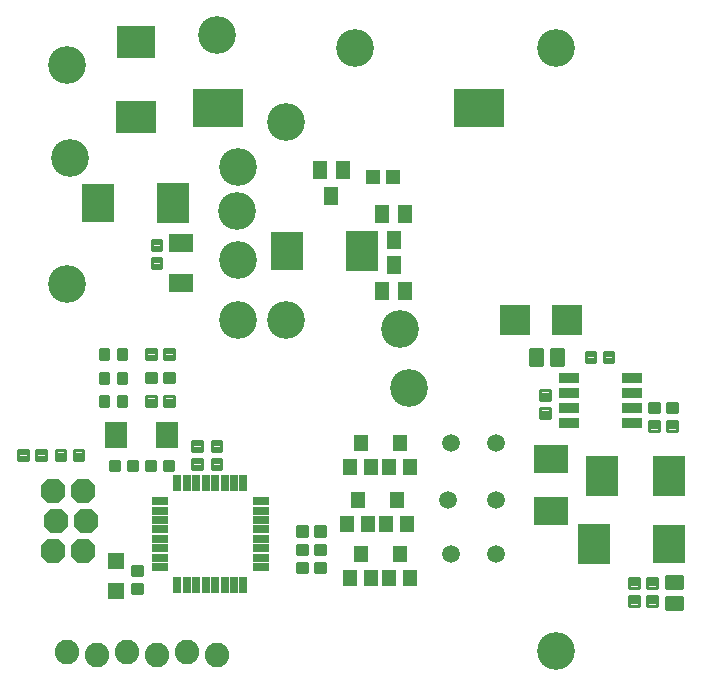
<source format=gts>
G75*
%MOIN*%
%OFA0B0*%
%FSLAX24Y24*%
%IPPOS*%
%LPD*%
%AMOC8*
5,1,8,0,0,1.08239X$1,22.5*
%
%ADD10C,0.1261*%
%ADD11R,0.0680X0.0330*%
%ADD12C,0.0107*%
%ADD13R,0.1080X0.1280*%
%ADD14R,0.1080X0.1330*%
%ADD15C,0.0120*%
%ADD16R,0.1064X0.1340*%
%ADD17R,0.1160X0.0930*%
%ADD18R,0.0300X0.0580*%
%ADD19R,0.0580X0.0300*%
%ADD20OC8,0.0820*%
%ADD21R,0.1261X0.1261*%
%ADD22R,0.1025X0.1025*%
%ADD23C,0.0820*%
%ADD24R,0.0580X0.0580*%
%ADD25R,0.0480X0.0530*%
%ADD26C,0.0095*%
%ADD27R,0.0780X0.0880*%
%ADD28C,0.0595*%
%ADD29R,0.0474X0.0631*%
%ADD30R,0.0789X0.0631*%
%ADD31R,0.1280X0.1080*%
%ADD32R,0.1330X0.1080*%
%ADD33R,0.0474X0.0513*%
D10*
X008040Y012740D03*
X009640Y012740D03*
X008040Y014740D03*
X008023Y016377D03*
X008040Y017840D03*
X009640Y019340D03*
X011951Y021794D03*
X007340Y022240D03*
X002440Y018140D03*
X002340Y021240D03*
X002340Y013940D03*
X013440Y012440D03*
X013755Y010477D03*
X018644Y001715D03*
X018644Y021794D03*
D11*
X019076Y010790D03*
X019076Y010290D03*
X019076Y009790D03*
X019076Y009290D03*
X021176Y009290D03*
X021176Y009790D03*
X021176Y010290D03*
X021176Y010790D03*
D12*
X020559Y011671D02*
X020237Y011671D01*
X020559Y011671D02*
X020559Y011349D01*
X020237Y011349D01*
X020237Y011671D01*
X020237Y011456D02*
X020559Y011456D01*
X020559Y011563D02*
X020237Y011563D01*
X020237Y011670D02*
X020559Y011670D01*
X019959Y011671D02*
X019637Y011671D01*
X019959Y011671D02*
X019959Y011349D01*
X019637Y011349D01*
X019637Y011671D01*
X019637Y011456D02*
X019959Y011456D01*
X019959Y011563D02*
X019637Y011563D01*
X019637Y011670D02*
X019959Y011670D01*
X018449Y010391D02*
X018449Y010069D01*
X018127Y010069D01*
X018127Y010391D01*
X018449Y010391D01*
X018449Y010176D02*
X018127Y010176D01*
X018127Y010283D02*
X018449Y010283D01*
X018449Y010390D02*
X018127Y010390D01*
X018449Y009791D02*
X018449Y009469D01*
X018127Y009469D01*
X018127Y009791D01*
X018449Y009791D01*
X018449Y009576D02*
X018127Y009576D01*
X018127Y009683D02*
X018449Y009683D01*
X018449Y009790D02*
X018127Y009790D01*
X021758Y009667D02*
X022080Y009667D01*
X021758Y009667D02*
X021758Y009989D01*
X022080Y009989D01*
X022080Y009667D01*
X022080Y009774D02*
X021758Y009774D01*
X021758Y009881D02*
X022080Y009881D01*
X022080Y009988D02*
X021758Y009988D01*
X022358Y009667D02*
X022680Y009667D01*
X022358Y009667D02*
X022358Y009989D01*
X022680Y009989D01*
X022680Y009667D01*
X022680Y009774D02*
X022358Y009774D01*
X022358Y009881D02*
X022680Y009881D01*
X022680Y009988D02*
X022358Y009988D01*
X022350Y009055D02*
X022672Y009055D01*
X022350Y009055D02*
X022350Y009377D01*
X022672Y009377D01*
X022672Y009055D01*
X022672Y009162D02*
X022350Y009162D01*
X022350Y009269D02*
X022672Y009269D01*
X022672Y009376D02*
X022350Y009376D01*
X022072Y009055D02*
X021750Y009055D01*
X021750Y009377D01*
X022072Y009377D01*
X022072Y009055D01*
X022072Y009162D02*
X021750Y009162D01*
X021750Y009269D02*
X022072Y009269D01*
X022072Y009376D02*
X021750Y009376D01*
X022016Y004140D02*
X022016Y003818D01*
X021694Y003818D01*
X021694Y004140D01*
X022016Y004140D01*
X022016Y003925D02*
X021694Y003925D01*
X021694Y004032D02*
X022016Y004032D01*
X022016Y004139D02*
X021694Y004139D01*
X021405Y004140D02*
X021405Y003818D01*
X021083Y003818D01*
X021083Y004140D01*
X021405Y004140D01*
X021405Y003925D02*
X021083Y003925D01*
X021083Y004032D02*
X021405Y004032D01*
X021405Y004139D02*
X021083Y004139D01*
X021405Y003540D02*
X021405Y003218D01*
X021083Y003218D01*
X021083Y003540D01*
X021405Y003540D01*
X021405Y003325D02*
X021083Y003325D01*
X021083Y003432D02*
X021405Y003432D01*
X021405Y003539D02*
X021083Y003539D01*
X022016Y003540D02*
X022016Y003218D01*
X021694Y003218D01*
X021694Y003540D01*
X022016Y003540D01*
X022016Y003325D02*
X021694Y003325D01*
X021694Y003432D02*
X022016Y003432D01*
X022016Y003539D02*
X021694Y003539D01*
X010955Y004328D02*
X010633Y004328D01*
X010633Y004650D01*
X010955Y004650D01*
X010955Y004328D01*
X010955Y004435D02*
X010633Y004435D01*
X010633Y004542D02*
X010955Y004542D01*
X010955Y004649D02*
X010633Y004649D01*
X010355Y004328D02*
X010033Y004328D01*
X010033Y004650D01*
X010355Y004650D01*
X010355Y004328D01*
X010355Y004435D02*
X010033Y004435D01*
X010033Y004542D02*
X010355Y004542D01*
X010355Y004649D02*
X010033Y004649D01*
X010029Y004929D02*
X010351Y004929D01*
X010029Y004929D02*
X010029Y005251D01*
X010351Y005251D01*
X010351Y004929D01*
X010351Y005036D02*
X010029Y005036D01*
X010029Y005143D02*
X010351Y005143D01*
X010351Y005250D02*
X010029Y005250D01*
X010020Y005857D02*
X010342Y005857D01*
X010342Y005535D01*
X010020Y005535D01*
X010020Y005857D01*
X010020Y005642D02*
X010342Y005642D01*
X010342Y005749D02*
X010020Y005749D01*
X010020Y005856D02*
X010342Y005856D01*
X010620Y005857D02*
X010942Y005857D01*
X010942Y005535D01*
X010620Y005535D01*
X010620Y005857D01*
X010620Y005642D02*
X010942Y005642D01*
X010942Y005749D02*
X010620Y005749D01*
X010620Y005856D02*
X010942Y005856D01*
X010951Y004929D02*
X010629Y004929D01*
X010629Y005251D01*
X010951Y005251D01*
X010951Y004929D01*
X010951Y005036D02*
X010629Y005036D01*
X010629Y005143D02*
X010951Y005143D01*
X010951Y005250D02*
X010629Y005250D01*
X007179Y007779D02*
X007179Y008101D01*
X007501Y008101D01*
X007501Y007779D01*
X007179Y007779D01*
X007179Y007886D02*
X007501Y007886D01*
X007501Y007993D02*
X007179Y007993D01*
X007179Y008100D02*
X007501Y008100D01*
X007179Y008379D02*
X007179Y008701D01*
X007501Y008701D01*
X007501Y008379D01*
X007179Y008379D01*
X007179Y008486D02*
X007501Y008486D01*
X007501Y008593D02*
X007179Y008593D01*
X007179Y008700D02*
X007501Y008700D01*
X006529Y008701D02*
X006529Y008379D01*
X006529Y008701D02*
X006851Y008701D01*
X006851Y008379D01*
X006529Y008379D01*
X006529Y008486D02*
X006851Y008486D01*
X006851Y008593D02*
X006529Y008593D01*
X006529Y008700D02*
X006851Y008700D01*
X006529Y008101D02*
X006529Y007779D01*
X006529Y008101D02*
X006851Y008101D01*
X006851Y007779D01*
X006529Y007779D01*
X006529Y007886D02*
X006851Y007886D01*
X006851Y007993D02*
X006529Y007993D01*
X006529Y008100D02*
X006851Y008100D01*
X005901Y007729D02*
X005579Y007729D01*
X005579Y008051D01*
X005901Y008051D01*
X005901Y007729D01*
X005901Y007836D02*
X005579Y007836D01*
X005579Y007943D02*
X005901Y007943D01*
X005901Y008050D02*
X005579Y008050D01*
X005301Y007729D02*
X004979Y007729D01*
X004979Y008051D01*
X005301Y008051D01*
X005301Y007729D01*
X005301Y007836D02*
X004979Y007836D01*
X004979Y007943D02*
X005301Y007943D01*
X005301Y008050D02*
X004979Y008050D01*
X004701Y008051D02*
X004379Y008051D01*
X004701Y008051D02*
X004701Y007729D01*
X004379Y007729D01*
X004379Y008051D01*
X004379Y007836D02*
X004701Y007836D01*
X004701Y007943D02*
X004379Y007943D01*
X004379Y008050D02*
X004701Y008050D01*
X004101Y008051D02*
X003779Y008051D01*
X004101Y008051D02*
X004101Y007729D01*
X003779Y007729D01*
X003779Y008051D01*
X003779Y007836D02*
X004101Y007836D01*
X004101Y007943D02*
X003779Y007943D01*
X003779Y008050D02*
X004101Y008050D01*
X002897Y008071D02*
X002575Y008071D01*
X002575Y008393D01*
X002897Y008393D01*
X002897Y008071D01*
X002897Y008178D02*
X002575Y008178D01*
X002575Y008285D02*
X002897Y008285D01*
X002897Y008392D02*
X002575Y008392D01*
X002297Y008071D02*
X001975Y008071D01*
X001975Y008393D01*
X002297Y008393D01*
X002297Y008071D01*
X002297Y008178D02*
X001975Y008178D01*
X001975Y008285D02*
X002297Y008285D01*
X002297Y008392D02*
X001975Y008392D01*
X001651Y008401D02*
X001329Y008401D01*
X001651Y008401D02*
X001651Y008079D01*
X001329Y008079D01*
X001329Y008401D01*
X001329Y008186D02*
X001651Y008186D01*
X001651Y008293D02*
X001329Y008293D01*
X001329Y008400D02*
X001651Y008400D01*
X001051Y008401D02*
X000729Y008401D01*
X001051Y008401D02*
X001051Y008079D01*
X000729Y008079D01*
X000729Y008401D01*
X000729Y008186D02*
X001051Y008186D01*
X001051Y008293D02*
X000729Y008293D01*
X000729Y008400D02*
X001051Y008400D01*
X004997Y010192D02*
X005319Y010192D01*
X005319Y009870D01*
X004997Y009870D01*
X004997Y010192D01*
X004997Y009977D02*
X005319Y009977D01*
X005319Y010084D02*
X004997Y010084D01*
X004997Y010191D02*
X005319Y010191D01*
X005597Y010192D02*
X005919Y010192D01*
X005919Y009870D01*
X005597Y009870D01*
X005597Y010192D01*
X005597Y009977D02*
X005919Y009977D01*
X005919Y010084D02*
X005597Y010084D01*
X005597Y010191D02*
X005919Y010191D01*
X005919Y010980D02*
X005597Y010980D01*
X005919Y010980D02*
X005919Y010658D01*
X005597Y010658D01*
X005597Y010980D01*
X005597Y010765D02*
X005919Y010765D01*
X005919Y010872D02*
X005597Y010872D01*
X005597Y010979D02*
X005919Y010979D01*
X005919Y011767D02*
X005597Y011767D01*
X005919Y011767D02*
X005919Y011445D01*
X005597Y011445D01*
X005597Y011767D01*
X005597Y011552D02*
X005919Y011552D01*
X005919Y011659D02*
X005597Y011659D01*
X005597Y011766D02*
X005919Y011766D01*
X005319Y011767D02*
X004997Y011767D01*
X005319Y011767D02*
X005319Y011445D01*
X004997Y011445D01*
X004997Y011767D01*
X004997Y011552D02*
X005319Y011552D01*
X005319Y011659D02*
X004997Y011659D01*
X004997Y011766D02*
X005319Y011766D01*
X005319Y010980D02*
X004997Y010980D01*
X005319Y010980D02*
X005319Y010658D01*
X004997Y010658D01*
X004997Y010980D01*
X004997Y010765D02*
X005319Y010765D01*
X005319Y010872D02*
X004997Y010872D01*
X004997Y010979D02*
X005319Y010979D01*
X005501Y014479D02*
X005501Y014801D01*
X005501Y014479D02*
X005179Y014479D01*
X005179Y014801D01*
X005501Y014801D01*
X005501Y014586D02*
X005179Y014586D01*
X005179Y014693D02*
X005501Y014693D01*
X005501Y014800D02*
X005179Y014800D01*
X005501Y015079D02*
X005501Y015401D01*
X005501Y015079D02*
X005179Y015079D01*
X005179Y015401D01*
X005501Y015401D01*
X005501Y015186D02*
X005179Y015186D01*
X005179Y015293D02*
X005501Y015293D01*
X005501Y015400D02*
X005179Y015400D01*
X004529Y004551D02*
X004529Y004229D01*
X004529Y004551D02*
X004851Y004551D01*
X004851Y004229D01*
X004529Y004229D01*
X004529Y004336D02*
X004851Y004336D01*
X004851Y004443D02*
X004529Y004443D01*
X004529Y004550D02*
X004851Y004550D01*
X004529Y003951D02*
X004529Y003629D01*
X004529Y003951D02*
X004851Y003951D01*
X004851Y003629D01*
X004529Y003629D01*
X004529Y003736D02*
X004851Y003736D01*
X004851Y003843D02*
X004529Y003843D01*
X004529Y003950D02*
X004851Y003950D01*
D13*
X009690Y015040D03*
X003390Y016640D03*
X022409Y005288D03*
D14*
X019909Y005288D03*
X012190Y015040D03*
X005890Y016640D03*
D15*
X017814Y011227D02*
X018174Y011227D01*
X017814Y011227D02*
X017814Y011737D01*
X018174Y011737D01*
X018174Y011227D01*
X018174Y011346D02*
X017814Y011346D01*
X017814Y011465D02*
X018174Y011465D01*
X018174Y011584D02*
X017814Y011584D01*
X017814Y011703D02*
X018174Y011703D01*
X018514Y011227D02*
X018874Y011227D01*
X018514Y011227D02*
X018514Y011737D01*
X018874Y011737D01*
X018874Y011227D01*
X018874Y011346D02*
X018514Y011346D01*
X018514Y011465D02*
X018874Y011465D01*
X018874Y011584D02*
X018514Y011584D01*
X018514Y011703D02*
X018874Y011703D01*
X022849Y004159D02*
X022849Y003799D01*
X022339Y003799D01*
X022339Y004159D01*
X022849Y004159D01*
X022849Y003918D02*
X022339Y003918D01*
X022339Y004037D02*
X022849Y004037D01*
X022849Y004156D02*
X022339Y004156D01*
X022849Y003459D02*
X022849Y003099D01*
X022339Y003099D01*
X022339Y003459D01*
X022849Y003459D01*
X022849Y003218D02*
X022339Y003218D01*
X022339Y003337D02*
X022849Y003337D01*
X022849Y003456D02*
X022339Y003456D01*
D16*
X022414Y007537D03*
X020170Y007537D03*
D17*
X018477Y008097D03*
X018477Y006357D03*
D18*
X008234Y007290D03*
X007919Y007290D03*
X007604Y007290D03*
X007289Y007290D03*
X006974Y007290D03*
X006659Y007290D03*
X006344Y007290D03*
X006029Y007290D03*
X006029Y003910D03*
X006344Y003910D03*
X006659Y003910D03*
X006974Y003910D03*
X007289Y003910D03*
X007604Y003910D03*
X007919Y003910D03*
X008234Y003910D03*
D19*
X008821Y004497D03*
X008821Y004812D03*
X008821Y005127D03*
X008821Y005442D03*
X008821Y005757D03*
X008821Y006072D03*
X008821Y006387D03*
X008821Y006702D03*
X005441Y006702D03*
X005441Y006387D03*
X005441Y006072D03*
X005441Y005757D03*
X005441Y005442D03*
X005441Y005127D03*
X005441Y004812D03*
X005441Y004497D03*
D20*
X002875Y005042D03*
X002975Y006042D03*
X001975Y006042D03*
X001875Y005042D03*
X001875Y007042D03*
X002875Y007042D03*
D21*
X007199Y019797D03*
X007593Y019797D03*
X015886Y019797D03*
X016280Y019797D03*
D22*
X017283Y012742D03*
X019015Y012742D03*
D23*
X002365Y001664D03*
X003365Y001564D03*
X004365Y001664D03*
X005365Y001564D03*
X006365Y001664D03*
X007365Y001564D03*
D24*
X003990Y003690D03*
X003990Y004690D03*
D25*
X011690Y005940D03*
X012390Y005940D03*
X012990Y005940D03*
X013690Y005940D03*
X013340Y006740D03*
X013090Y007840D03*
X012490Y007840D03*
X011790Y007840D03*
X012140Y008640D03*
X013440Y008640D03*
X013790Y007840D03*
X012040Y006740D03*
X012140Y004940D03*
X011790Y004140D03*
X012490Y004140D03*
X013090Y004140D03*
X013790Y004140D03*
X013440Y004940D03*
D26*
X004333Y009863D02*
X004047Y009863D01*
X004047Y010199D01*
X004333Y010199D01*
X004333Y009863D01*
X004333Y009957D02*
X004047Y009957D01*
X004047Y010051D02*
X004333Y010051D01*
X004333Y010145D02*
X004047Y010145D01*
X003733Y009863D02*
X003447Y009863D01*
X003447Y010199D01*
X003733Y010199D01*
X003733Y009863D01*
X003733Y009957D02*
X003447Y009957D01*
X003447Y010051D02*
X003733Y010051D01*
X003733Y010145D02*
X003447Y010145D01*
X003447Y010651D02*
X003733Y010651D01*
X003447Y010651D02*
X003447Y010987D01*
X003733Y010987D01*
X003733Y010651D01*
X003733Y010745D02*
X003447Y010745D01*
X003447Y010839D02*
X003733Y010839D01*
X003733Y010933D02*
X003447Y010933D01*
X003447Y011438D02*
X003733Y011438D01*
X003447Y011438D02*
X003447Y011774D01*
X003733Y011774D01*
X003733Y011438D01*
X003733Y011532D02*
X003447Y011532D01*
X003447Y011626D02*
X003733Y011626D01*
X003733Y011720D02*
X003447Y011720D01*
X004047Y011438D02*
X004333Y011438D01*
X004047Y011438D02*
X004047Y011774D01*
X004333Y011774D01*
X004333Y011438D01*
X004333Y011532D02*
X004047Y011532D01*
X004047Y011626D02*
X004333Y011626D01*
X004333Y011720D02*
X004047Y011720D01*
X004047Y010651D02*
X004333Y010651D01*
X004047Y010651D02*
X004047Y010987D01*
X004333Y010987D01*
X004333Y010651D01*
X004333Y010745D02*
X004047Y010745D01*
X004047Y010839D02*
X004333Y010839D01*
X004333Y010933D02*
X004047Y010933D01*
D27*
X003990Y008890D03*
X005690Y008890D03*
D28*
X015040Y006740D03*
X016640Y006740D03*
X016640Y004940D03*
X015140Y004940D03*
X015140Y008640D03*
X016640Y008640D03*
D29*
X013614Y013707D03*
X012866Y013707D03*
X013240Y014573D03*
X013240Y015407D03*
X012866Y016273D03*
X013614Y016273D03*
X011538Y017738D03*
X010790Y017738D03*
X011164Y016872D03*
D30*
X006140Y015309D03*
X006140Y013971D03*
D31*
X004640Y021990D03*
D32*
X004640Y019490D03*
D33*
X012561Y017502D03*
X013231Y017502D03*
M02*

</source>
